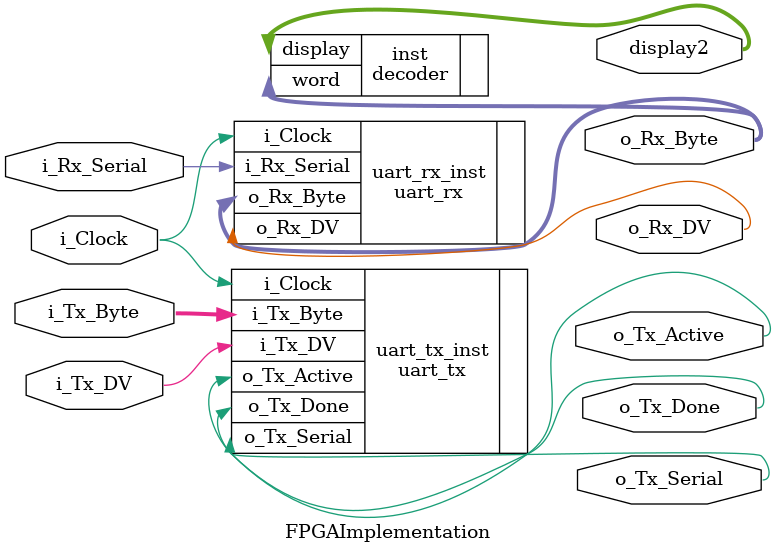
<source format=v>
module FPGAImplementation(
	input        i_Clock, //Clock do sistema.
  input        i_Tx_DV,  //Inicia a transmissão.
  input [7:0]  i_Tx_Byte,  //Entrada de byte para transmitir para o PC. O código envia bit a bit.
	output 		o_Tx_Serial, //Bit que é enviado via serial.
	output      o_Tx_Done,	//Bit de Stop.
	output 		o_Tx_Active, //Informa que está em transição.
  output       o_Rx_DV, //Inicia a recepção.
  output [7:0] o_Rx_Byte, //Byte recebido.        
	output wire [6:0] display2, //Display usado de exemplo
	input 		i_Rx_Serial //Bit que é enviado via serial.
);
	parameter CLKS_PER_BIT = 5209;
	wire [6:0] dir;

	
	uart_tx #(.CLKS_PER_BIT(CLKS_PER_BIT)) uart_tx_inst (
      .i_Clock(i_Clock),
      .i_Tx_DV(i_Tx_DV),
      .i_Tx_Byte(i_Tx_Byte),
      .o_Tx_Active(o_Tx_Active),
      .o_Tx_Serial(o_Tx_Serial),
      .o_Tx_Done(o_Tx_Done)
	);
	
	uart_rx #(.CLKS_PER_BIT(CLKS_PER_BIT)) uart_rx_inst (
      .i_Clock(i_Clock),
      .i_Rx_Serial(i_Rx_Serial), 
      .o_Rx_DV(o_Rx_DV),         
      .o_Rx_Byte(o_Rx_Byte)      
    );
	
    decoder inst (
        .word(o_Rx_Byte),
        .display(display2)
    );

endmodule
</source>
